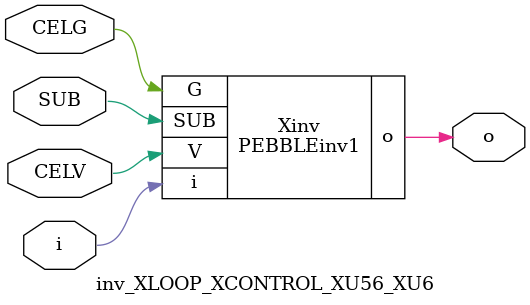
<source format=v>



module PEBBLEinv1 ( o, G, SUB, V, i );

  input V;
  input i;
  input G;
  output o;
  input SUB;
endmodule

//Celera Confidential Do Not Copy inv_XLOOP_XCONTROL_XU56_XU6
//Celera Confidential Symbol Generator
//5V Inverter
module inv_XLOOP_XCONTROL_XU56_XU6 (CELV,CELG,i,o,SUB);
input CELV;
input CELG;
input i;
input SUB;
output o;

//Celera Confidential Do Not Copy inv
PEBBLEinv1 Xinv(
.V (CELV),
.i (i),
.o (o),
.SUB (SUB),
.G (CELG)
);
//,diesize,PEBBLEinv1

//Celera Confidential Do Not Copy Module End
//Celera Schematic Generator
endmodule

</source>
